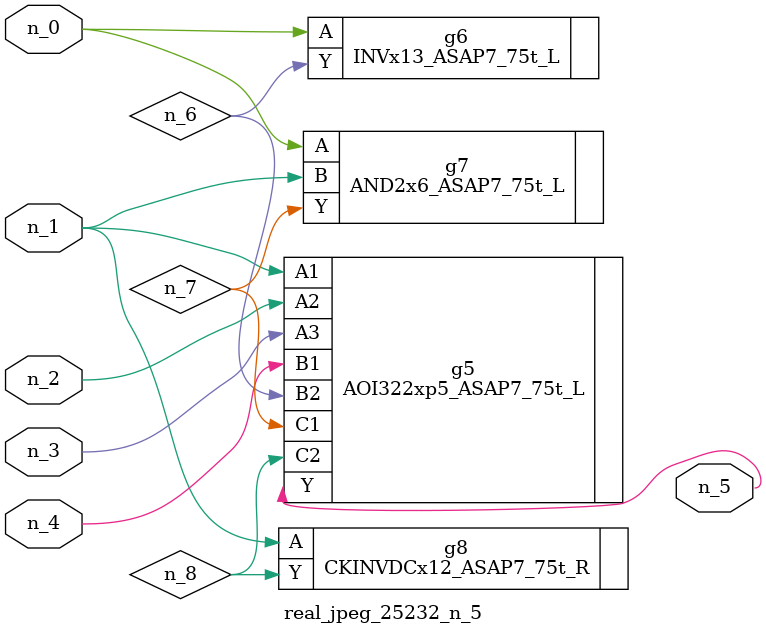
<source format=v>
module real_jpeg_25232_n_5 (n_4, n_0, n_1, n_2, n_3, n_5);

input n_4;
input n_0;
input n_1;
input n_2;
input n_3;

output n_5;

wire n_8;
wire n_6;
wire n_7;

INVx13_ASAP7_75t_L g6 ( 
.A(n_0),
.Y(n_6)
);

AND2x6_ASAP7_75t_L g7 ( 
.A(n_0),
.B(n_1),
.Y(n_7)
);

AOI322xp5_ASAP7_75t_L g5 ( 
.A1(n_1),
.A2(n_2),
.A3(n_3),
.B1(n_4),
.B2(n_6),
.C1(n_7),
.C2(n_8),
.Y(n_5)
);

CKINVDCx12_ASAP7_75t_R g8 ( 
.A(n_1),
.Y(n_8)
);


endmodule
</source>
